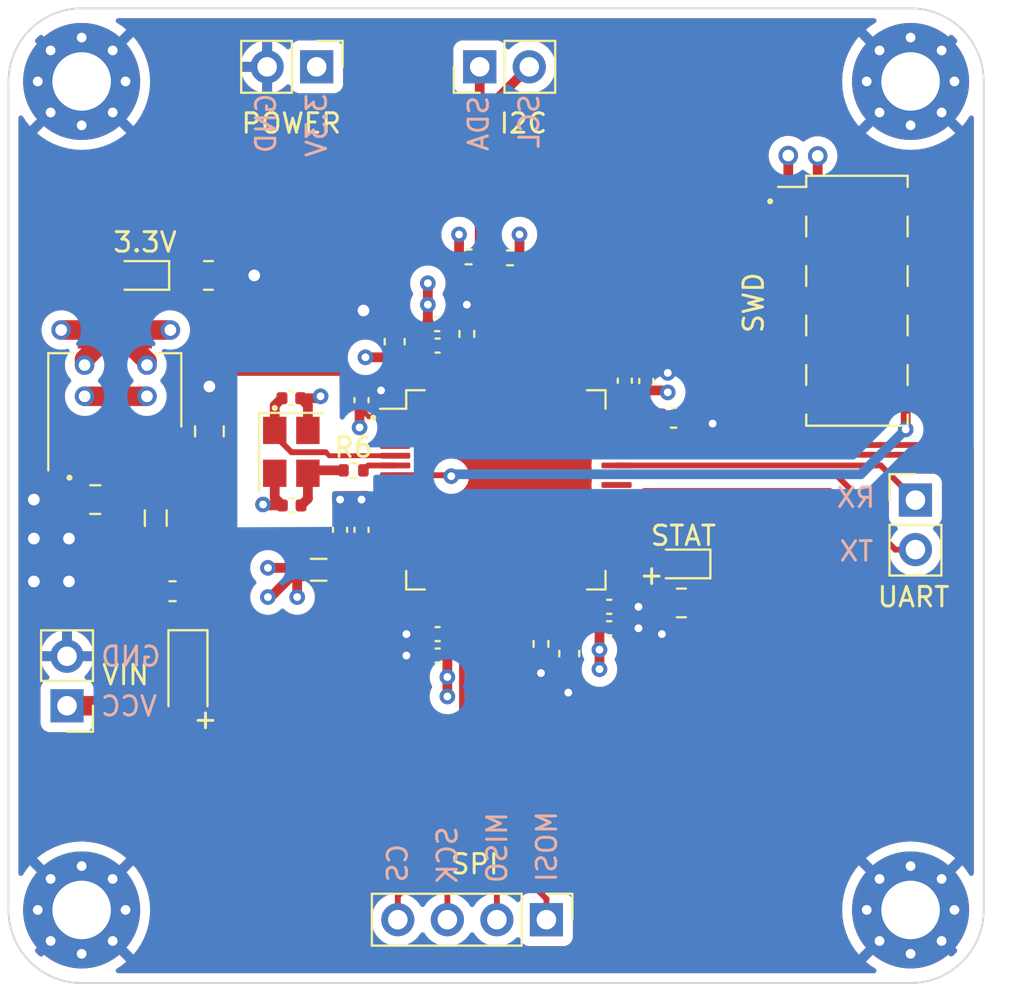
<source format=kicad_pcb>
(kicad_pcb (version 20211014) (generator pcbnew)
  (layers (0 "F.Cu" signal) (1 "In1.Cu" power) (2 "In2.Cu" power) (31 "B.Cu" signal) (34 "B.Paste" user) (35 "F.Paste" user) (36 "B.SilkS" user "B.Silkscreen") (37 "F.SilkS" user "F.Silkscreen") (38 "B.Mask" user) (39 "F.Mask" user) (44 "Edge.Cuts" user))
  (net 0 "")
  (net 1 "Net-(C1-Pad1)")
  (net 2 "GND")
  (net 3 "+3V3")
  (net 4 "+3.3VA")
  (net 5 "Net-(C15-Pad1)")
  (net 6 "Net-(C16-Pad1)")
  (net 7 "HSE_IN")
  (net 8 "Net-(C18-Pad1)")
  (net 9 "Net-(D1-Pad1)")
  (net 10 "VCC")
  (net 11 "Net-(D2-Pad1)")
  (net 12 "Net-(D3-Pad1)")
  (net 13 "Net-(D3-Pad2)")
  (net 14 "Net-(F1-Pad2)")
  (net 15 "UART1_RX")
  (net 16 "UART1_TX")
  (net 17 "SWDIO")
  (net 18 "SWCLK")
  (net 19 "SWO")
  (net 22 "NRST")
  (net 23 "SPI1_CS")
  (net 24 "SPI1_SCK")
  (net 25 "SPI1_MISO")
  (net 26 "SPI1_MOSI")
  (net 27 "I2C1_SCL")
  (net 28 "I2C1_SDA")
  (net 29 "HSE_OUT")
  (net 30 "BOOT0")
  (net 31 "BOOT1")
  (footprint "Capacitor_SMD:C_0402_1005Metric" (layer "F.Cu") (at 146.5 86.1 180)
    (fp_text reference "C5")
    (fp_text value "100n" hide)
  )
  (footprint "Capacitor_SMD:C_0805_2012Metric" (layer "F.Cu") (at 134.8 75.7 90)
    (fp_text reference "C1")
    (fp_text value "10u")
  )
  (footprint "Capacitor_SMD:C_0402_1005Metric" (layer "F.Cu") (at 141.5 80.75 90)
    (fp_text reference "C13")
    (fp_text value "100n")
  )
  (footprint "Resistor_SMD:R_0402_1005Metric" (layer "F.Cu") (at 142.185 77.7)
    (fp_text reference "R6")
    (fp_text value "220")
  )
  (footprint "Capacitor_SMD:C_0402_1005Metric" (layer "F.Cu") (at 156.1 73.1 90)
    (fp_text reference "C9")
    (fp_text value "100n")
  )
  (footprint "LED_SMD:LED_0603_1608Metric" (layer "F.Cu") (at 131.25 67.7 180)
    (fp_text reference "3.3V")
    (fp_text value "LED")
  )
  (footprint "Capacitor_SMD:C_0402_1005Metric" (layer "F.Cu") (at 146.5 87.2 180)
    (fp_text reference "C6")
    (fp_text value "100n" hide)
  )
  (footprint "Capacitor_SMD:C_0402_1005Metric" (layer "F.Cu") (at 142.6 80.75 90)
    (fp_text reference "C14")
    (fp_text value "10n")
  )
  (footprint "Capacitor_SMD:C_0402_1005Metric" (layer "F.Cu") (at 142.6 74.1 90)
    (fp_text reference "C4")
    (fp_text value "100n" hide)
  )
  (footprint "Inductor_SMD:L_0805_2012Metric" (layer "F.Cu") (at 132.05 80.15 -90)
    (fp_text reference "FB1")
    (fp_text value "100R")
  )
  (footprint "Capacitor_SMD:C_0402_1005Metric" (layer "F.Cu") (at 146.5 71.3)
    (fp_text reference "C11")
    (fp_text value "100n")
  )
  (footprint "Capacitor_SMD:C_0603_1608Metric" (layer "F.Cu") (at 153.25 87.1 -90)
    (fp_text reference "C15")
    (fp_text value "2.2u")
  )
  (footprint "Capacitor_SMD:C_0402_1005Metric" (layer "F.Cu") (at 146.48 70.2)
    (fp_text reference "C12")
    (fp_text value "100n")
  )
  (footprint "Capacitor_SMD:C_0402_1005Metric" (layer "F.Cu") (at 139 74)
    (fp_text reference "C17")
    (fp_text value "12p" hide)
  )
  (footprint "Connector_PinHeader_2.54mm:PinHeader_2x05_P2.54mm_Vertical_SMD" (layer "F.Cu") (at 168 69)
    (fp_text reference "SWD")
    (fp_text value "Conn_02x05_Odd_Even")
  )
  (footprint "Resistor_SMD:R_0402_1005Metric" (layer "F.Cu") (at 148 70.7 -90)
    (fp_text reference "R2")
    (fp_text value "10k")
  )
  (footprint "Capacitor_SMD:C_0402_1005Metric" (layer "F.Cu") (at 157.2 73.12 90)
    (fp_text reference "C10")
    (fp_text value "100n")
  )
  (footprint "Capacitor_SMD:C_0805_2012Metric" (layer "F.Cu") (at 128.95 79.2 180)
    (fp_text reference "C2")
    (fp_text value "10u")
  )
  (footprint "Package_TO_SOT_SMD:SOT-223-3_TabPin2" (layer "F.Cu") (at 129.95 73.6 90)
    (fp_text reference "U1")
    (fp_text value "AMS1117-3.3")
  )
  (footprint "Resistor_SMD:R_0402_1005Metric" (layer "F.Cu") (at 151.8 86.6 90)
    (fp_text reference "R3")
    (fp_text value "10k")
  )
  (footprint "Resistor_SMD:R_0402_1005Metric" (layer "F.Cu") (at 148.09 66.75)
    (fp_text reference "R5")
    (fp_text value "2K2")
  )
  (footprint "LED_SMD:LED_0603_1608Metric" (layer "F.Cu") (at 159 82.5 180)
    (fp_text reference "STAT")
    (fp_text value "LED")
  )
  (footprint "Inductor_SMD:L_0805_2012Metric" (layer "F.Cu") (at 140.4 82.8)
    (fp_text reference "FB2")
    (fp_text value "100R")
  )
  (footprint "MountingHole:MountingHole_3mm_Pad_Via" (layer "F.Cu") (at 128.25 100.25)
    (fp_text reference "H3" hide)
    (fp_text value "MountingHole_Pad" hide)
  )
  (footprint "Capacitor_SMD:C_0402_1005Metric" (layer "F.Cu") (at 155.3 84.7)
    (fp_text reference "C7")
    (fp_text value "100n" hide)
  )
  (footprint "Connector_PinHeader_2.54mm:PinHeader_1x02_P2.54mm_Vertical" (layer "F.Cu") (at 127.5 89.775 180)
    (fp_text reference "J1")
    (fp_text value "VCC")
  )
  (footprint "Connector_PinHeader_2.54mm:PinHeader_1x02_P2.54mm_Vertical" (layer "F.Cu") (at 140.3 57 -90)
    (fp_text reference "3.3V")
    (fp_text value "3.3v ")
  )
  (footprint "Capacitor_SMD:C_0603_1608Metric" (layer "F.Cu") (at 144.3 71.1 90)
    (fp_text reference "C3")
    (fp_text value "10u")
  )
  (footprint "Connector_PinHeader_2.54mm:PinHeader_1x02_P2.54mm_Vertical" (layer "F.Cu") (at 171 79.225)
    (fp_text reference "UART")
    (fp_text value "UART")
  )
  (footprint "Connector_PinHeader_2.54mm:PinHeader_1x02_P2.54mm_Vertical" (layer "F.Cu") (at 148.66 57 90)
    (fp_text reference "I2C")
    (fp_text value "I2C")
  )
  (footprint "MountingHole:MountingHole_3mm_Pad_Via" (layer "F.Cu") (at 128.25 57.75)
    (fp_text reference "H1" hide)
    (fp_text value "MountingHole_Pad" hide)
  )
  (footprint "Resistor_SMD:R_0805_2012Metric" (layer "F.Cu") (at 159 84.5 180)
    (fp_text reference "R7")
    (fp_text value "2K2")
  )
  (footprint "Resistor_SMD:R_0402_1005Metric" (layer "F.Cu") (at 150.21 66.8 180)
    (fp_text reference "R4")
    (fp_text value "2K2")
  )
  (footprint "Crystal:Crystal_SMD_3225-4Pin_3.2x2.5mm" (layer "F.Cu") (at 139 76.75 -90)
    (fp_text reference "XTAL")
    (fp_text value "16MHz")
  )
  (footprint "Capacitor_SMD:C_0603_1608Metric" (layer "F.Cu") (at 158.6 75)
    (fp_text reference "C16")
    (fp_text value "2.2u")
  )
  (footprint "MountingHole:MountingHole_3mm_Pad_Via" (layer "F.Cu") (at 170.75 57.75)
    (fp_text reference "H2" hide)
    (fp_text value "MountingHole_Pad" hide)
  )
  (footprint "Diode_SMD_extra:D_SOD-123" (layer "F.Cu") (at 133.7 88.15 -90)
    (fp_text reference "Fuse")
    (fp_text value "B5819W")
  )
  (footprint "Resistor_SMD:R_0805_2012Metric" (layer "F.Cu") (at 134.75 67.7)
    (fp_text reference "R1")
    (fp_text value "2K2")
  )
  (footprint "Capacitor_SMD:C_0402_1005Metric" (layer "F.Cu") (at 155.3 85.8)
    (fp_text reference "C8")
    (fp_text value "100n" hide)
  )
  (footprint "Capacitor_SMD:C_0402_1005Metric" (layer "F.Cu") (at 139.02 79.5 180)
    (fp_text reference "C18")
    (fp_text value "12p" hide)
  )
  (footprint "Package_QFP:LQFP-64_10x10mm_P0.5mm" (layer "F.Cu") (at 150 78.7)
    (fp_text reference "U2" hide)
    (fp_text value "STM32F405RGTx" hide)
  )
  (footprint "Fuse:Fuse_0603_1608Metric" (layer "F.Cu") (at 132.9125 83.9 180)
    (fp_text reference "F1")
    (fp_text value "500mA")
  )
  (footprint "Connector_PinHeader_2.54mm:PinHeader_1x04_P2.54mm_Vertical" (layer "F.Cu") (at 152.08 100.75 -90)
    (fp_text reference "SPI")
    (fp_text value "SPI")
  )
  (footprint "MountingHole:MountingHole_3mm_Pad_Via" (layer "F.Cu") (at 170.75 100.25)
    (fp_text reference "H4" hide)
    (fp_text value "MountingHole_Pad" hide)
  )
  (gr_circle (center 127.625 78.075) (end 127.705 78.075) (layer "F.SilkS") (width 0.15) (fill none))
  (gr_circle (center 163.55 63.9) (end 163.63 63.9) (layer "F.SilkS") (width 0.15) (fill none))
  (gr_circle (center 138.15 74.5) (end 138.23 74.5) (layer "F.SilkS") (width 0.15) (fill none))
  (gr_circle (center 143.2 75) (end 143.28 75) (layer "F.SilkS") (width 0.15) (fill none))
  (gr_arc (start 128.25 104) (mid 125.59835 102.90165) (end 124.5 100.25) (layer "Edge.Cuts") (width 0.1))
  (gr_arc (start 170.75 54) (mid 173.40165 55.09835) (end 174.5 57.75) (layer "Edge.Cuts") (width 0.1))
  (gr_line (start 170.75 104) (end 128.25 104) (layer "Edge.Cuts") (width 0.1))
  (gr_line (start 128.25 54) (end 170.75 54) (layer "Edge.Cuts") (width 0.1))
  (gr_line (start 174.5 57.75) (end 174.5 100.25) (layer "Edge.Cuts") (width 0.1))
  (gr_arc (start 124.5 57.75) (mid 125.59835 55.09835) (end 128.25 54) (layer "Edge.Cuts") (width 0.1))
  (gr_arc (start 174.5 100.25) (mid 173.40165 102.90165) (end 170.75 104) (layer "Edge.Cuts") (width 0.1))
  (gr_line (start 124.5 100.25) (end 124.5 57.75) (layer "Edge.Cuts") (width 0.1))
  (gr_text "MISO" (at 149.55 97.05 90) (layer "B.SilkS") (effects (font (size 1 1)) (justify mirror)))
  (gr_text "TX" (at 167.975 81.85) (layer "B.SilkS") (effects (font (size 1 1)) (justify mirror)))
  (gr_text "GND" (at 137.7 59.9 90) (layer "B.SilkS") (effects (font (size 1 1)) (justify mirror)))
  (gr_text "SCL\n" (at 151.2 59.8 90) (layer "B.SilkS") (effects (font (size 1 1)) (justify mirror)))
  (gr_text "SCK\n" (at 147 97.45 90) (layer "B.SilkS") (effects (font (size 1 1)) (justify mirror)))
  (gr_text "VCC" (at 130.675 89.8) (layer "B.SilkS") (effects (font (size 1 1)) (justify mirror)))
  (gr_text "SDA" (at 148.6 59.9 90) (layer "B.SilkS") (effects (font (size 1 1)) (justify mirror)))
  (gr_text "RX" (at 167.95 79.1) (layer "B.SilkS") (effects (font (size 1 1)) (justify mirror)))
  (gr_text "CS\n" (at 144.45 97.85 90) (layer "B.SilkS") (effects (font (size 1 1)) (justify mirror)))
  (gr_text "GND" (at 130.775 87.25) (layer "B.SilkS") (effects (font (size 1 1)) (justify mirror)))
  (gr_text "3.3V\n" (at 140.3 60 90) (layer "B.SilkS") (effects (font (size 1 1)) (justify mirror)))
  (gr_text "MOSI\n" (at 152.1 97 90) (layer "B.SilkS") (effects (font (size 1 1)) (justify mirror)))
  (gr_text "+" (at 157.475 83.05) (layer "F.SilkS") (effects (font (size 1 1)) (justify mirror)))
  (gr_text "+" (at 134.6 90.45) (layer "F.SilkS") (effects (font (size 1 1)) (justify mirror)))
  (gr_text "VIN\n" (at 130.5 88.2) (layer "F.SilkS") (effects (font (size 1 1))))
  (gr_text "POWER" (at 139 59.9) (layer "F.SilkS") (effects (font (size 1 1))))
  (segment (start 132.25 76.75) (end 134.7 76.75) (width 1) (layer "F.Cu") (net 1))
  (segment (start 132.05 76.95) (end 132.25 76.75) (width 1) (layer "F.Cu") (net 1))
  (segment (start 134.7 76.75) (end 134.8 76.65) (width 1) (layer "F.Cu") (net 1))
  (segment (start 132.05 79.0875) (end 132.05 76.95) (width 1) (layer "F.Cu") (net 1))
  (segment (start 156.8 85.8) (end 155.78 85.8) (width 0.5) (layer "F.Cu") (net 2))
  (segment (start 138.15 77.85) (end 138.15 79.11) (width 0.5) (layer "F.Cu") (net 2))
  (segment (start 147.99 70.2) (end 148 70.19) (width 0.5) (layer "F.Cu") (net 2))
  (segment (start 141.5 79.2) (end 141.5 80.27) (width 0.5) (layer "F.Cu") (net 2))
  (segment (start 127.65 78.85) (end 128 79.2) (width 1) (layer "F.Cu") (net 2))
  (segment (start 158.24 72.64) (end 158.3 72.7) (width 0.5) (layer "F.Cu") (net 2))
  (segment (start 146.75 73.075) (end 146.75 71.53) (width 0.3) (layer "F.Cu") (net 2))
  (segment (start 146.02 86.057715) (end 146.02 86.1) (width 0.3) (layer "F.Cu") (net 2))
  (segment (start 137.6 79.5) (end 137.55 79.45) (width 0.5) (layer "F.Cu") (net 2))
  (segment (start 143.6 73.6) (end 142.62 73.6) (width 0.5) (layer "F.Cu") (net 2))
  (segment (start 144.325 80.45) (end 142.78 80.45) (width 0.3) (layer "F.Cu") (net 2))
  (segment (start 127.65 76.75) (end 127.65 78.85) (width 1) (layer "F.Cu") (net 2))
  (segment (start 159.375 75) (end 160.3 75) (width 0.5) (layer "F.Cu") (net 2))
  (segment (start 146.02 87.2) (end 146.02 86.1) (width 0.5) (layer "F.Cu") (net 2))
  (segment (start 144.9 86.1) (end 146.02 86.1) (width 0.5) (layer "F.Cu") (net 2))
  (segment (start 157.18 72.62) (end 157.2 72.64) (width 0.5) (layer "F.Cu") (net 2))
  (segment (start 134.8 73.4) (end 134.8 74.75) (width 1) (layer "F.Cu") (net 2))
  (segment (start 160.3 75) (end 160.6 75.3) (width 0.5) (layer "F.Cu") (net 2))
  (segment (start 158 86.1) (end 158 84.5875) (width 0.5) (layer "F.Cu") (net 2))
  (segment (start 151.8 88.1) (end 151.8 87.11) (width 0.5) (layer "F.Cu") (net 2))
  (segment (start 146.96 71.28) (end 146.98 71.3) (width 0.5) (layer "F.Cu") (net 2))
  (segment (start 157.2 72.64) (end 158.24 72.64) (width 0.5) (layer "F.Cu") (net 2))
  (segment (start 142.7 69.5) (end 143.475 69.5) (width 0.5) (layer "F.Cu") (net 2))
  (segment (start 140.4 74) (end 140.5 73.9) (width 0.5) (layer "F.Cu") (net 2))
  (segment (start 142.62 73.6) (end 142.6 73.62) (width 0.5) (layer "F.Cu") (net 2))
  (segment (start 158 84.5875) (end 158.0875 84.5) (width 0.5) (layer "F.Cu") (net 2))
  (segment (start 146.96 70.2) (end 147.99 70.2) (width 0.5) (layer "F.Cu") (net 2))
  (segment (start 139.48 74) (end 140.4 74) (width 0.5) (layer "F.Cu") (net 2))
  (segment (start 142.78 80.45) (end 142.6 80.27) (width 0.3) (layer "F.Cu") (net 2))
  (segment (start 141.5 80.27) (end 142.6 80.27) (width 0.5) (layer "F.Cu") (net 2))
  (segment (start 138.54 79.5) (end 137.6 79.5) (width 0.5) (layer "F.Cu") (net 2))
  (segment (start 156.8 84.7) (end 155.78 84.7) (width 0.5) (layer "F.Cu") (net 2))
  (segment (start 146.75 84.425) (end 146.75 85.327715) (width 0.3) (layer "F.Cu") (net 2))
  (segment (start 146.96 70.2) (end 146.96 71.28) (width 0.5) (layer "F.Cu") (net 2))
  (segment (start 143.475 69.5) (end 144.3 70.325) (width 0.5) (layer "F.Cu") (net 2))
  (segment (start 139.85 74.37) (end 139.48 74) (width 0.5) (layer "F.Cu") (net 2))
  (segment (start 153.2 87.925) (end 153.25 87.875) (width 0.5) (layer "F.Cu") (net 2))
  (segment (start 146.75 71.53) (end 146.98 71.3) (width 0.3) (layer "F.Cu") (net 2))
  (segment (start 138.15 79.11) (end 138.54 79.5) (width 0.5) (layer "F.Cu") (net 2))
  (segment (start 144.9 87.2) (end 146.02 87.2) (width 0.5) (layer "F.Cu") (net 2))
  (segment (start 148 70.19) (end 148 69.2) (width 0.5) (layer "F.Cu") (net 2))
  (segment (start 153.2 89.1) (end 153.2 87.925) (width 0.5) (layer "F.Cu") (net 2))
  (segment (start 139.85 75.65) (end 139.85 74.37) (width 0.5) (layer "F.Cu") (net 2))
  (segment (start 156.1 72.62) (end 157.18 72.62) (width 0.5) (layer "F.Cu") (net 2))
  (segment (start 137.1 67.7) (end 135.6625 67.7) (width 1) (layer "F.Cu") (net 2))
  (segment (start 155.78 85.8) (end 155.78 84.7) (width 0.5) (layer "F.Cu") (net 2))
  (segment (start 146.75 85.327715) (end 146.02 86.057715) (width 0.3) (layer "F.Cu") (net 2))
  (segment (start 142.6 79.2) (end 142.6 80.27) (width 0.5) (layer "F.Cu") (net 2))
  (via (at 158 86.1) (size 0.8) (drill 0.4) (layers "F.Cu" "B.Cu") (net 2))
  (via (at 144.9 87.2) (size 0.8) (drill 0.4) (layers "F.Cu" "B.Cu") (net 2))
  (via (at 127.6 81.2) (size 1) (drill 0.6) (layers "F.Cu" "B.Cu") (net 2))
  (via (at 137.1 67.7) (size 1) (drill 0.6) (layers "F.Cu" "B.Cu") (net 2))
  (via (at 125.8 83.4) (size 1) (drill 0.6) (layers "F.Cu" "B.Cu") (net 2))
  (via (at 127.6 83.4) (size 1) (drill 0.6) (layers "F.Cu" "B.Cu") (net 2))
  (via (at 156.8 85.8) (size 0.8) (drill 0.4) (layers "F.Cu" "B.Cu") (net 2))
  (via (at 134.8 73.4) (size 1) (drill 0.6) (layers "F.Cu" "B.Cu") (net 2))
  (via (at 142.6 79.2) (size 0.8) (drill 0.4) (layers "F.Cu" "B.Cu") (net 2))
  (via (at 148 69.2) (size 0.8) (drill 0.4) (layers "F.Cu" "B.Cu") (net 2))
  (via (at 142.7 69.5) (size 1) (drill 0.6) (layers "F.Cu" "B.Cu") (net 2))
  (via (at 151.8 88.1) (size 0.8) (drill 0.4) (layers "F.Cu" "B.Cu") (net 2))
  (via (at 141.5 79.2) (size 0.8) (drill 0.4) (layers "F.Cu" "B.Cu") (net 2))
  (via (at 160.6 75.3) (size 0.8) (drill 0.4) (layers "F.Cu" "B.Cu") (net 2))
  (via (at 153.2 89.1) (size 0.8) (drill 0.4) (layers "F.Cu" "B.Cu") (net 2))
  (via (at 137.55 79.45) (size 0.8) (drill 0.4) (layers "F.Cu" "B.Cu") (net 2))
  (via (at 125.8 79.2) (size 1) (drill 0.6) (layers "F.Cu" "B.Cu") (net 2))
  (via (at 140.5 73.9) (size 0.8) (drill 0.4) (layers "F.Cu" "B.Cu") (net 2))
  (via (at 143.6 73.6) (size 0.8) (drill 0.4) (layers "F.Cu" "B.Cu") (net 2))
  (via (at 158.3 72.7) (size 0.8) (drill 0.4) (layers "F.Cu" "B.Cu") (net 2))
  (via (at 144.9 86.1) (size 0.8) (drill 0.4) (layers "F.Cu" "B.Cu") (net 2))
  (via (at 125.8 81.2) (size 1) (drill 0.6) (layers "F.Cu" "B.Cu") (net 2))
  (via (at 156.8 84.7) (size 0.8) (drill 0.4) (layers "F.Cu" "B.Cu") (net 2))
  (segment (start 154.8 86.9) (end 154.8 85.82) (width 0.5) (layer "F.Cu") (net 3))
  (segment (start 150.7 66.78) (end 150.72 66.8) (width 0.5) (layer "F.Cu") (net 3))
  (segment (start 139.3 84.2) (end 139.3 82.8375) (width 0.5) (layer "F.Cu") (net 3))
  (segment (start 139.2375 82.7) (end 139.3375 82.8) (width 0.5) (layer "F.Cu") (net 3))
  (segment (start 145.445 71.875) (end 146.02 71.3) (width 0.5) (layer "F.Cu") (net 3))
  (segment (start 155.675 74.95) (end 155.95 74.95) (width 0.25) (layer "F.Cu") (net 3))
  (segment (start 127.2 70.5) (end 129.9 70.5) (width 1) (layer "F.Cu") (net 3))
  (segment (start 144.275 71.9) (end 144.3 71.875) (width 0.5) (layer "F.Cu") (net 3))
  (segment (start 129.9 79.2) (end 129.9 76.8) (width 1) (layer "F.Cu") (net 3))
  (segment (start 165.99 61.57) (end 165.99 63.405) (width 0.5) (layer "F.Cu") (net 3))
  (segment (start 154.82 85.8) (end 154.82 84.7) (width 0.5) (layer "F.Cu") (net 3))
  (segment (start 128.4 72) (end 129.95 70.45) (width 1) (layer "F.Cu") (net 3))
  (segment (start 147.6 65.6) (end 147.6 66.73) (width 0.5) (layer "F.Cu") (net 3))
  (segment (start 146 68.1) (end 146 69.2) (width 0.5) (layer "F.Cu") (net 3))
  (segment (start 142.97 74.95) (end 142.6 74.58) (width 0.25) (layer "F.Cu") (net 3))
  (segment (start 129.95 76.75) (end 129.95 73.75) (width 1) (layer "F.Cu") (net 3))
  (segment (start 157.2 73.6) (end 158.2 73.6) (width 0.5) (layer "F.Cu") (net 3))
  (segment (start 142.5 75.5) (end 142.5 74.68) (width 0.5) (layer "F.Cu") (net 3))
  (segment (start 132.8 70.5) (end 130 70.5) (width 1) (layer "F.Cu") (net 3))
  (segment (start 128.4 72.3) (end 128.4 72) (width 1) (layer "F.Cu") (net 3))
  (segment (start 129.95 68.2125) (end 130.4625 67.7) (width 1) (layer "F.Cu") (net 3))
  (segment (start 157.2 73.6) (end 156.12 73.6) (width 0.5) (layer "F.Cu") (net 3))
  (segment (start 142.5 74.68) (end 142.6 74.58) (width 0.5) (layer "F.Cu") (net 3))
  (segment (start 142.8 71.9) (end 144.275 71.9) (width 0.5) (layer "F.Cu") (net 3))
  (segment (start 129.95 70.45) (end 129.95 68.2125) (width 1) (layer "F.Cu") (net 3))
  (segment (start 154.8 87.9) (end 154.8 86.9) (width 0.5) (layer "F.Cu") (net 3))
  (segment (start 137.9375 84.2) (end 139.3375 82.8) (width 0.5) (layer "F.Cu") (net 3))
  (segment (start 146 70.2) (end 146 69.2) (width 0.5) (layer "F.Cu") (net 3))
  (segment (start 146 71.28) (end 146.02 71.3) (width 0.5) (layer "F.Cu") (net 3))
  (segment (start 131.6 72.3) (end 131.6 72.1) (width 1) (layer "F.Cu") (net 3))
  (segment (start 158.2 73.6) (end 158.3 73.7) (width 0.5) (layer "F.Cu") (net 3))
  (segment (start 128.4 73.9) (end 130.1 73.9) (width 1) (layer "F.Cu") (net 3))
  (segment (start 147.25 85.83) (end 146.98 86.1) (width 0.3) (layer "F.Cu") (net 3))
  (segment (start 156.2 74.7) (end 156.2 73.68) (width 0.3) (layer "F.Cu") (net 3))
  (segment (start 150.7 65.6) (end 150.7 66.78) (width 0.5) (layer "F.Cu") (net 3))
  (segment (start 131.6 73.9) (end 130.1 73.9) (width 1) (layer "F.Cu") (net 3))
  (segment (start 155.95 74.95) (end 156.2 74.7) (width 0.25) (layer "F.Cu") (net 3))
  (segment (start 147 88.3) (end 147 87.22) (width 0.5) (layer "F.Cu") (net 3))
  (segment (start 129.9 76.8) (end 129.95 76.75) (width 1) (layer "F.Cu") (net 3))
  (segment (start 139.3 82.8375) (end 139.3375 82.8) (width 0.5) (layer "F.Cu") (net 3))
  (segment (start 144.3 71.875) (end 145.445 71.875) (width 0.5) (layer "F.Cu") (net 3))
  (segment (start 129.95 73.75) (end 129.95 70.45) (width 1) (layer "F.Cu") (net 3))
  (segment (start 147 89.3) (end 147 88.3) (width 0.5) (layer "F.Cu") (net 3))
  (segment (start 156.2 73.68) (end 156.1 73.58) (width 0.3) (layer "F.Cu") (net 3))
  (segment (start 144.325 74.95) (end 142.97 74.95) (width 0.25) (layer "F.Cu") (net 3))
  (segment (start 129.9 70.5) (end 129.95 70.45) (width 1) (layer "F.Cu") (net 3))
  (segment (start 156.12 73.6) (end 156.1 73.58) (width 0.5) (layer "F.Cu") (net 3))
  (segment (start 146 70.2) (end 146 71.28) (width 0.5) (layer "F.Cu") (net 3))
  (segment (start 147.6 66.73) (end 147.58 66.75) (width 0.5) (layer "F.Cu") (net 3))
  (segment (start 146.98 87.2) (end 146.98 86.1) (width 0.5) (layer "F.Cu") (net 3))
  (segment (start 164.48 61.55) (end 164.48 62.925) (width 0.5) (layer "F.Cu") (net 3))
  (segment (start 130 70.5) (end 129.95 70.45) (width 1) (layer "F.Cu") (net 3))
  (segment (start 147.25 84.425) (end 147.25 85.83) (width 0.3) (layer "F.Cu") (net 3))
  (segment (start 153.75 84.425) (end 154.545 84.425) (width 0.3) (layer "F.Cu") (net 3))
  (segment (start 130.1 73.9) (end 129.95 73.75) (width 1) (layer "F.Cu") (net 3))
  (segment (start 137.8 82.7) (end 139.2375 82.7) (width 0.5) (layer "F.Cu") (net 3))
  (segment (start 164.48 62.925) (end 165.475 63.92) (width 0.5) (layer "F.Cu") (net 3))
  (segment (start 131.6 72.1) (end 129.95 70.45) (width 1) (layer "F.Cu") (net 3))
  (segment (start 146.25 73.075) (end 146.25 71.53) (width 0.3) (layer "F.Cu") (net 3))
  (segment (start 154.545 84.425) (end 154.82 84.7) (width 0.3) (layer "F.Cu") (net 3))
  (segment (start 154.8 85.82) (end 154.82 85.8) (width 0.5) (layer "F.Cu") (net 3))
  (segment (start 146.25 71.53) (end 146.02 71.3) (width 0.3) (layer "F.Cu") (net 3))
  (segment (start 147 87.22) (end 146.98 87.2) (width 0.5) (layer "F.Cu") (net 3))
  (segment (start 165.99 63.405) (end 165.475 63.92) (width 0.5) (layer "F.Cu") (net 3))
  (segment (start 137.8 84.2) (end 137.9375 84.2) (width 0.5) (layer "F.Cu") (net 3))
  (via (at 142.8 71.9) (size 0.8) (drill 0.4) (layers "F.Cu" "B.Cu") (net 3))
  (via (at 147 88.3) (size 0.8) (drill 0.4) (layers "F.Cu" "B.Cu") (net 3))
  (via (at 146 69.2) (size 0.8) (drill 0.4) (layers "F.Cu" "B.Cu") (net 3))
  (via (at 131.6 72.3) (size 1) (drill 0.6) (layers "F.Cu" "B.Cu") (net 3))
  (via (at 137.8 84.2) (size 0.8) (drill 0.4) (layers "F.Cu" "B.Cu") (net 3))
  (via (at 147 89.3) (size 0.8) (drill 0.4) (layers "F.Cu" "B.Cu") (net 3))
  (via (at 146 68.1) (size 0.8) (drill 0.4) (layers "F.Cu" "B.Cu") (net 3))
  (via (at 164.48 61.55) (size 1) (drill 0.6) (layers "F.Cu" "B.Cu") (net 3))
  (via (at 142.5 75.5) (size 0.8) (drill 0.4) (layers "F.Cu" "B.Cu") (net 3))
  (via (at 158.3 73.7) (size 0.8) (drill 0.4) (layers "F.Cu" "B.Cu") (net 3))
  (via (at 128.4 72.3) (size 1) (drill 0.6) (layers "F.Cu" "B.Cu") (net 3))
  (via (at 165.99 61.57) (size 1) (drill 0.6) (layers "F.Cu" "B.Cu") (net 3))
  (via (at 127.2 70.5) (size 1) (drill 0.6) (layers "F.Cu" "B.Cu") (net 3))
  (via (at 128.4 73.9) (size 1) (drill 0.6) (layers "F.Cu" "B.Cu") (net 3))
  (via (at 139.3 84.2) (size 0.8) (drill 0.4) (layers "F.Cu" "B.Cu") (net 3))
  (via (at 132.8 70.5) (size 1) (drill 0.6) (layers "F.Cu" "B.Cu") (net 3))
  (via (at 154.8 86.9) (size 0.8) (drill 0.4) (layers "F.Cu" "B.Cu") (net 3))
  (via (at 137.8 82.7) (size 0.8) (drill 0.4) (layers "F.Cu" "B.Cu") (net 3))
  (via (at 147.6 65.6) (size 0.8) (drill 0.4) (layers "F.Cu" "B.Cu") (net 3))
  (via (at 154.8 87.9) (size 0.8) (drill 0.4) (layers "F.Cu" "B.Cu") (net 3))
  (via (at 150.7 65.6) (size 0.8) (drill 0.4) (layers "F.Cu" "B.Cu") (net 3))
  (via (at 131.6 73.9) (size 1) (drill 0.6) (layers "F.Cu" "B.Cu") (net 3))
  (segment (start 142.88 80.95) (end 142.6 81.23) (width 0.3) (layer "F.Cu") (net 4))
  (segment (start 141.5 81.23) (end 141.5 82.7625) (width 0.5) (layer "F.Cu") (net 4))
  (segment (start 141.5 82.7625) (end 141.4625 82.8) (width 0.5) (layer "F.Cu") (net 4))
  (segment (start 141.5 81.23) (end 142.6 81.23) (width 0.5) (layer "F.Cu") (net 4))
  (segment (start 144.325 80.95) (end 142.88 80.95) (width 0.3) (layer "F.Cu") (net 4))
  (segment (start 153.25 84.425) (end 153.25 86.325) (width 0.3) (layer "F.Cu") (net 5))
  (segment (start 155.675 75.45) (end 155.699519 75.474519) (width 0.25) (layer "F.Cu") (net 6))
  (segment (start 155.699519 75.474519) (end 157.350481 75.474519) (width 0.25) (layer "F.Cu") (net 6))
  (segment (start 157.350481 75.474519) (end 157.825 75) (width 0.25) (layer "F.Cu") (net 6))
  (segment (start 138.15 75.75) (end 138.15 75.65) (width 0.25) (layer "F.Cu") (net 7))
  (segment (start 138.15 75.65) (end 138.15 74.37) (width 0.5) (layer "F.Cu") (net 7))
  (segment (start 140.949022 76.95) (end 140.769022 76.77) (width 0.25) (layer "F.Cu") (net 7))
  (segment (start 138.15 74.37) (end 138.52 74) (width 0.5) (layer "F.Cu") (net 7))
  (segment (start 144.325 76.95) (end 140.949022 76.95) (width 0.25) (layer "F.Cu") (net 7))
  (segment (start 139.01 76.77) (end 138.15 75.91) (width 0.3) (layer "F.Cu") (net 7))
  (segment (start 140.769022 76.77) (end 139.01 76.77) (width 0.3) (layer "F.Cu") (net 7))
  (segment (start 138.15 75.91) (end 138.15 75.65) (width 0.3) (layer "F.Cu") (net 7))
  (segment (start 141.675 77.7) (end 140 77.7) (width 0.5) (layer "F.Cu") (net 8))
  (segment (start 140 77.7) (end 139.85 77.85) (width 0.5) (layer "F.Cu") (net 8))
  (segment (start 139.95 77.75) (end 139.85 77.85) (width 0.25) (layer "F.Cu") (net 8))
  (segment (start 139.85 77.85) (end 139.85 79.15) (width 0.5) (layer "F.Cu") (net 8))
  (segment (start 139.85 79.15) (end 139.5 79.5) (width 0.5) (layer "F.Cu") (net 8))
  (segment (start 133.7 86.5) (end 133.7 83.9) (width 1) (layer "F.Cu") (net 9))
  (segment (start 133.675 89.775) (end 133.7 89.8) (width 1) (layer "F.Cu") (net 10))
  (segment (start 127.5 89.775) (end 133.675 89.775) (width 1) (layer "F.Cu") (net 10))
  (segment (start 132.0375 67.7) (end 133.8375 67.7) (width 1) (layer "F.Cu") (net 11))
  (segment (start 159.9125 82.625) (end 159.7875 82.5) (width 0.5) (layer "F.Cu") (net 12))
  (segment (start 159.9125 84.5) (end 159.9125 82.625) (width 0.5) (layer "F.Cu") (net 12))
  (segment (start 155.675 82.5) (end 158.2125 82.5) (width 0.3) (layer "F.Cu") (net 13))
  (segment (start 132.125 83.9) (end 132.125 81.2875) (width 1) (layer "F.Cu") (net 14))
  (segment (start 132.125 81.2875) (end 132.05 81.2125) (width 1) (layer "F.Cu") (net 14))
  (segment (start 169.225 77.45) (end 171 79.225) (width 0.3) (layer "F.Cu") (net 15))
  (segment (start 155.675 77.45) (end 169.225 77.45) (width 0.3) (layer "F.Cu") (net 15))
  (segment (start 169.3 81.1) (end 169.965 81.765) (width 0.3) (layer "F.Cu") (net 16))
  (segment (start 169.965 81.765) (end 171 81.765) (width 0.3) (layer "F.Cu") (net 16))
  (segment (start 166.95 77.95) (end 169.3 80.3) (width 0.3) (layer "F.Cu") (net 16))
  (segment (start 169.3 80.3) (end 169.3 81.1) (width 0.3) (layer "F.Cu") (net 16))
  (segment (start 155.675 77.95) (end 166.95 77.95) (width 0.3) (layer "F.Cu") (net 16))
  (segment (start 155.675 75.95) (end 156.515006 75.95) (width 0.25) (layer "F.Cu") (net 17))
  (segment (start 156.515006 75.95) (end 157.450361 76.885355) (width 0.25) (layer "F.Cu") (net 17))
  (segment (start 157.450361 76.885355) (end 157.450361 76.9) (width 0.25) (layer "F.Cu") (net 17))
  (segment (start 173.2 76.2) (end 173.2 64.3) (width 0.3) (layer "F.Cu") (net 17))
  (segment (start 157.450361 76.9) (end 172.5 76.9) (width 0.3) (layer "F.Cu") (net 17))
  (segment (start 172.5 76.9) (end 173.2 76.2) (width 0.3) (layer "F.Cu") (net 17))
  (segment (start 172.78 63.92) (end 170.525 63.92) (width 0.3) (layer "F.Cu") (net 17))
  (segment (start 172.8 63.9) (end 172.78 63.92) (width 0.3) (layer "F.Cu") (net 17))
  (segment (start 173.2 64.3) (end 172.8 63.9) (width 0.3) (layer "F.Cu") (net 17))
  (segment (start 157.8 71.1) (end 155.725 71.1) (width 0.3) (layer "F.Cu") (net 18))
  (segment (start 172.54 66.46) (end 172.7 66.62) (width 0.3) (layer "F.Cu") (net 18))
  (segment (start 172.7 75.993572) (end 172.293572 76.4) (width 0.3) (layer "F.Cu") (net 18))
  (segment (start 163.1 76.4) (end 157.8 71.1) (width 0.3) (layer "F.Cu") (net 18))
  (segment (start 170.525 66.46) (end 172.54 66.46) (width 0.3) (layer "F.Cu") (net 18))
  (segment (start 172.293572 76.4) (end 163.1 76.4) (width 0.3) (layer "F.Cu") (net 18))
  (segment (start 155.725 71.1) (end 153.75 73.075) (width 0.3) (layer "F.Cu") (net 18))
  (segment (start 172.7 66.62) (end 172.7 75.993572) (width 0.3) (layer "F.Cu") (net 18))
  (segment (start 158.1 70.5) (end 163.50048 75.90048) (width 0.3) (layer "F.Cu") (net 19))
  (segment (start 167.09952 75.90048) (end 168.1 74.9) (width 0.3) (layer "F.Cu") (net 19))
  (segment (start 168.1 74.9) (end 168.1 70) (width 0.3) (layer "F.Cu") (net 19))
  (segment (start 169.1 69) (end 170.525 69) (width 0.3) (layer "F.Cu") (net 19))
  (segment (start 152.3 70.5) (end 158.1 70.5) (width 0.3) (layer "F.Cu") (net 19))
  (segment (start 150.75 72.05) (end 152.3 70.5) (width 0.3) (layer "F.Cu") (net 19))
  (segment (start 150.75 73.075) (end 150.75 72.05) (width 0.3) (layer "F.Cu") (net 19))
  (segment (start 163.50048 75.90048) (end 167.09952 75.90048) (width 0.3) (layer "F.Cu") (net 19))
  (segment (start 168.1 70) (end 169.1 69) (width 0.3) (layer "F.Cu") (net 19))
  (segment (start 170.5 75.6) (end 170.5 74.105) (width 0.5) (layer "F.Cu") (net 22))
  (segment (start 147.15 77.95) (end 147.2 78) (width 0.3) (layer "F.Cu") (net 22))
  (segment (start 144.325 77.95) (end 147.15 77.95) (width 0.3) (layer "F.Cu") (net 22))
  (segment (start 170.5 74.105) (end 170.525 74.08) (width 0.5) (layer "F.Cu") (net 22))
  (via (at 170.5 75.6) (size 0.8) (drill 0.4) (layers "F.Cu" "B.Cu") (net 22))
  (via (at 147.2 78) (size 0.8) (drill 0.4) (layers "F.Cu" "B.Cu") (net 22))
  (segment (start 147.3 77.9) (end 147.2 78) (width 0.5) (layer "B.Cu") (net 22))
  (segment (start 168.2 77.9) (end 147.3 77.9) (width 0.5) (layer "B.Cu") (net 22))
  (segment (start 170.5 75.6) (end 168.2 77.9) (width 0.5) (layer "B.Cu") (net 22))
  (segment (start 147.75 96.25) (end 144.46 99.54) (width 0.3) (layer "F.Cu") (net 23))
  (segment (start 147.75 84.425) (end 147.75 96.25) (width 0.3) (layer "F.Cu") (net 23))
  (segment (start 144.46 99.54) (end 144.46 100.75) (width 0.3) (layer "F.Cu") (net 23))
  (segment (start 148.25 96.55) (end 147 97.8) (width 0.3) (layer "F.Cu") (net 24))
  (segment (start 148.25 84.425) (end 148.25 96.55) (width 0.3) (layer "F.Cu") (net 24))
  (segment (start 147 97.8) (end 147 100.75) (width 0.3) (layer "F.Cu") (net 24))
  (segment (start 148.75 97.25) (end 149.54 98.04) (width 0.3) (layer "F.Cu") (net 25))
  (segment (start 149.54 98.04) (end 149.54 100.75) (width 0.3) (layer "F.Cu") (net 25))
  (segment (start 148.75 84.425) (end 148.75 97.25) (width 0.3) (layer "F.Cu") (net 25))
  (segment (start 149.25 96.85) (end 152.08 99.68) (width 0.3) (layer "F.Cu") (net 26))
  (segment (start 149.25 84.425) (end 149.25 96.85) (width 0.3) (layer "F.Cu") (net 26))
  (segment (start 152.08 99.68) (end 152.08 100.75) (width 0.3) (layer "F.Cu") (net 26))
  (segment (start 149.5 58.7) (end 149.5 66.6) (width 0.5) (layer "F.Cu") (net 27))
  (segment (start 149.25 67.25) (end 149.7 66.8) (width 0.3) (layer "F.Cu") (net 27))
  (segment (start 149.25 73.075) (end 149.25 67.25) (width 0.3) (layer "F.Cu") (net 27))
  (segment (start 151.2 57) (end 149.5 58.7) (width 0.5) (layer "F.Cu") (net 27))
  (segment (start 149.5 66.6) (end 149.7 66.8) (width 0.5) (layer "F.Cu") (net 27))
  (segment (start 148.75 73.075) (end 148.75 66.9) (width 0.3) (layer "F.Cu") (net 28))
  (segment (start 148.66 66.69) (end 148.6 66.75) (width 0.5) (layer "F.Cu") (net 28))
  (segment (start 148.75 66.9) (end 148.6 66.75) (width 0.3) (layer "F.Cu") (net 28))
  (segment (start 148.66 57) (end 148.66 66.69) (width 0.5) (layer "F.Cu") (net 28))
  (segment (start 144.325 77.45) (end 142.945 77.45) (width 0.3) (layer "F.Cu") (net 29))
  (segment (start 142.945 77.45) (end 142.695 77.7) (width 0.3) (layer "F.Cu") (net 29))
  (segment (start 148 71.21) (end 148.25 71.46) (width 0.3) (layer "F.Cu") (net 30))
  (segment (start 148.25 71.46) (end 148.25 73.075) (width 0.3) (layer "F.Cu") (net 30))
  (segment (start 151.75 84.425) (end 151.75 86.04) (width 0.3) (layer "F.Cu") (net 31))
  (segment (start 151.75 86.04) (end 151.8 86.09) (width 0.3) (layer "F.Cu") (net 31))
  (zone (net 2) (net_name "GND") (layer "F.Cu") (connect_pads (clearance 0.508)) (min_thickness 0.254) (fill yes (thermal_gap 0.508) (thermal_bridge_width 0.508))
    (polygon (pts (xy 174.313696 53.75) (xy 174.313696 104) (xy 124.313696 104) (xy 124.313696 80.5) (xy 124.063696 54)))
    (polygon (pts (xy 141.0877 78.767138) (xy 143.187714 78.753521) (xy 143.188696 78.05005) (xy 145.263696 78.049814) (xy 145.2608 76.499814) (xy 141.513696 76.5) (xy 141.463696 72.85) (xy 136.213696 72.85) (xy 136.213696 80.8) (xy 141.103955 80.797304)))
  )
  (zone (net 2) (net_name "GND") (layer "B.Cu") (connect_pads (clearance 0.508)) (min_thickness 0.254) (fill yes (thermal_gap 0.508) (thermal_bridge_width 0.508))
    (polygon (pts (xy 174.332536 53.571866) (xy 174.332536 103.821866) (xy 124.332536 103.821866) (xy 124.332536 80.321866) (xy 124.082536 53.821866)))
    (polygon (pts (xy 141.100026 78.777598) (xy 143.200094 78.775) (xy 143.2 77.921866) (xy 145.282536 77.921659) (xy 145.27964 76.521659) (xy 141.482536 76.521866) (xy 141.482536 72.671866) (xy 136.232536 72.671866) (xy 136.232536 80.621866) (xy 141.1 80.6)))
  )
)
</source>
